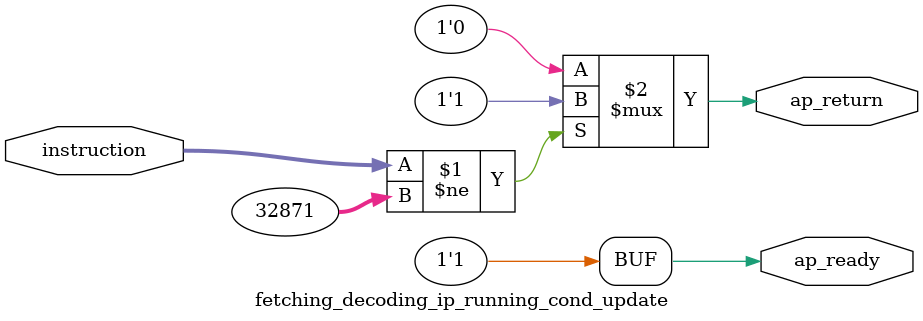
<source format=v>

`timescale 1 ns / 1 ps 

module fetching_decoding_ip_running_cond_update (
        ap_ready,
        instruction,
        ap_return
);


output   ap_ready;
input  [31:0] instruction;
output  [0:0] ap_return;

assign ap_ready = 1'b1;

assign ap_return = ((instruction != 32'd32871) ? 1'b1 : 1'b0);

endmodule //fetching_decoding_ip_running_cond_update

</source>
